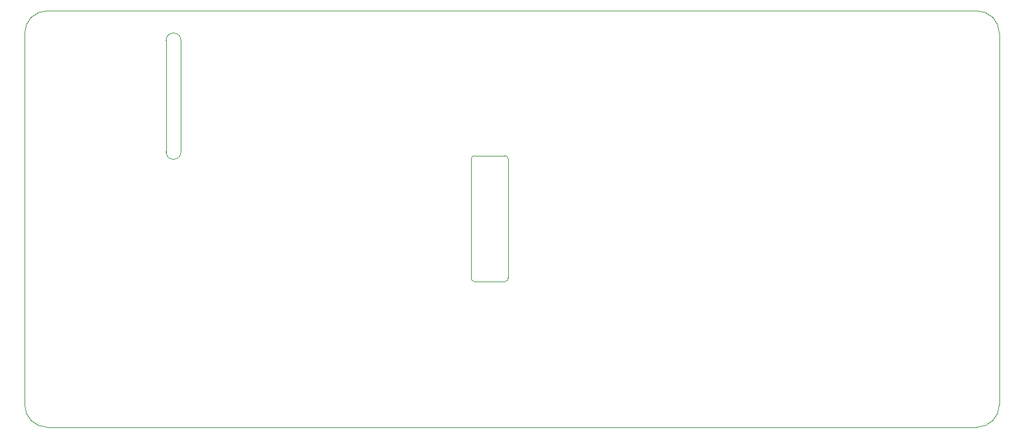
<source format=gm1>
G04 #@! TF.GenerationSoftware,KiCad,Pcbnew,(6.0.5)*
G04 #@! TF.CreationDate,2022-07-28T08:19:04+01:00*
G04 #@! TF.ProjectId,RPi-MiniDexed-IOBoard-HD44780,5250692d-4d69-46e6-9944-657865642d49,rev?*
G04 #@! TF.SameCoordinates,Original*
G04 #@! TF.FileFunction,Profile,NP*
%FSLAX46Y46*%
G04 Gerber Fmt 4.6, Leading zero omitted, Abs format (unit mm)*
G04 Created by KiCad (PCBNEW (6.0.5)) date 2022-07-28 08:19:04*
%MOMM*%
%LPD*%
G01*
G04 APERTURE LIST*
G04 #@! TA.AperFunction,Profile*
%ADD10C,0.100000*%
G04 #@! TD*
G04 APERTURE END LIST*
D10*
X177368000Y-99912000D02*
G75*
G03*
X179368000Y-99912000I1000000J0D01*
G01*
X158368000Y-134012000D02*
G75*
G03*
X161368000Y-137012000I3000000J0D01*
G01*
X218868000Y-100412000D02*
X222868000Y-100412000D01*
X218368000Y-116912000D02*
X218368000Y-100912000D01*
X161368000Y-137012000D02*
X286386000Y-137012000D01*
X223368000Y-100912000D02*
G75*
G03*
X222868000Y-100412000I-500400J-400D01*
G01*
X177368000Y-99912000D02*
X177368000Y-84912000D01*
X218868000Y-100412000D02*
G75*
G03*
X218368000Y-100912000I0J-500000D01*
G01*
X286368000Y-80912000D02*
X161368000Y-80912000D01*
X286386000Y-137012000D02*
G75*
G03*
X289386000Y-134012000I0J3000000D01*
G01*
X222868000Y-117412000D02*
G75*
G03*
X223368000Y-116912000I0J500000D01*
G01*
X179368000Y-84912000D02*
G75*
G03*
X177368000Y-84912000I-1000000J0D01*
G01*
X289386000Y-83912000D02*
G75*
G03*
X286368000Y-80912000I-3009000J-9000D01*
G01*
X218368000Y-116912000D02*
G75*
G03*
X218868000Y-117412000I500000J0D01*
G01*
X161368000Y-80912000D02*
G75*
G03*
X158368000Y-83912000I0J-3000000D01*
G01*
X158368000Y-83912000D02*
X158368000Y-134012000D01*
X223368000Y-116912000D02*
X223368000Y-100912000D01*
X289386000Y-134012000D02*
X289386000Y-83912000D01*
X222868000Y-117412000D02*
X218868000Y-117412000D01*
X179368000Y-84912000D02*
X179368000Y-99912000D01*
M02*

</source>
